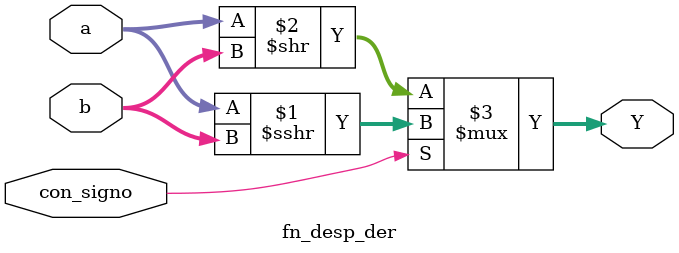
<source format=v>
module fn_desp_der (
    output [31:0] Y,
    input  [31:0] a,
    input  [4:0] b,
    input con_signo
);

    assign Y = con_signo? $unsigned($signed(a) >>> b) : a >> b ;
endmodule

</source>
